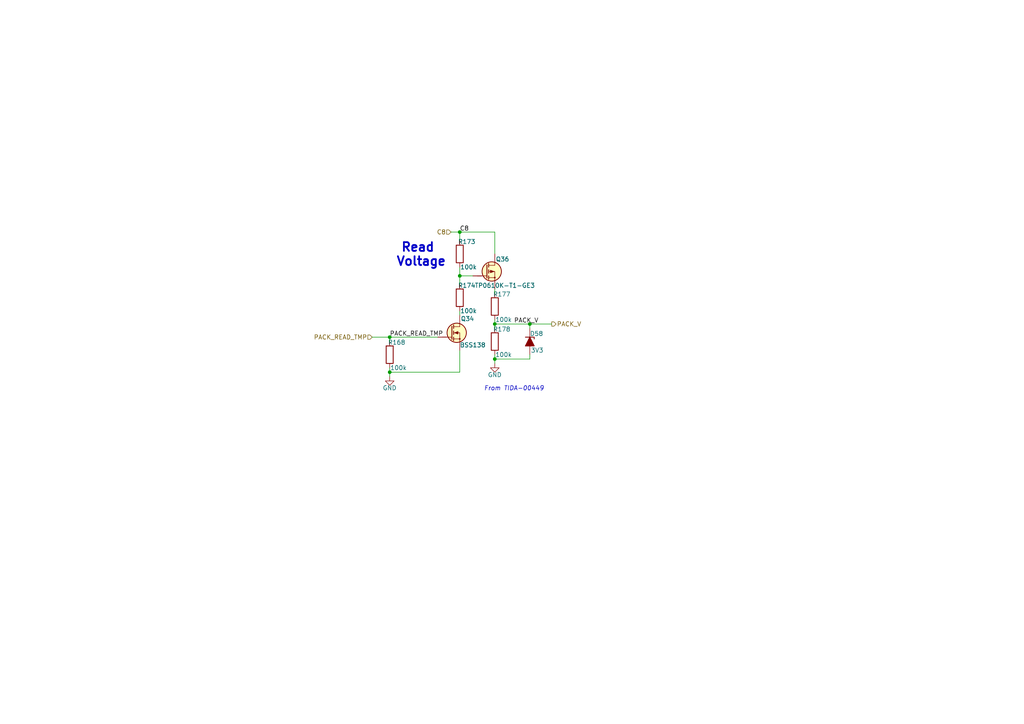
<source format=kicad_sch>
(kicad_sch (version 20250114) (generator "eeschema") (generator_version "9.0")
  (paper "A4")
  (lib_symbols
    (symbol "Device:D_Zener_Filled" (pin_numbers (hide yes)) (pin_names (offset 1.016) (hide yes))
      (property "Reference" "D" (at 0 2.54 0))
      (property "Value" "D_Zener_Filled" (at 0 -2.54 0))
      (symbol "D_Zener_Filled_0_1"
        (polyline (pts (xy -1.27 -1.27) (xy -1.27 1.27) (xy -0.762 1.27)) (stroke (width 0.254)))
        (polyline (pts (xy 1.27 0) (xy -1.27 0)))
        (polyline (pts (xy 1.27 -1.27) (xy 1.27 1.27) (xy -1.27 0) (xy 1.27 -1.27)) (stroke (width 0.254)) (fill (type outline)))
      )
      (symbol "D_Zener_Filled_1_1"
        (pin passive line (at -3.81 0 0) (length 2.54) (name "K") (number "1"))
        (pin passive line (at 3.81 0 180) (length 2.54) (name "A") (number "2"))
      )
    )
    (symbol "Device:R" (pin_numbers (hide yes)) (pin_names (offset 0))
      (property "Reference" "R" (at 2.032 0 90))
      (property "Value" "R" (at 0 0 90))
      (symbol "R_0_1"
        (rectangle (start -1.016 -2.54) (end 1.016 2.54) (stroke (width 0.254)))
      )
      (symbol "R_1_1"
        (pin passive line (at 0 3.81 270) (length 1.27) (name "~") (number "1"))
        (pin passive line (at 0 -3.81 90) (length 1.27) (name "~") (number "2"))
      )
    )
    (symbol "PCM_Transistor_MOSFET_AKL:BSS138" (pin_numbers (hide yes)) (pin_names (hide yes))
      (property "Reference" "Q" (at 5.08 1.27 0))
      (property "Value" "BSS138" (at 5.08 -1.27 0))
      (symbol "BSS138_0_1"
        (polyline (pts (xy 0.254 1.905) (xy 0.254 -1.905)) (stroke (width 0.254)))
        (polyline (pts (xy 0.254 -1.27) (xy -2.54 -1.27)))
        (polyline (pts (xy 0.762 2.286) (xy 0.762 1.27)) (stroke (width 0.254)))
        (polyline (pts (xy 0.762 0.508) (xy 0.762 -0.508)) (stroke (width 0.254)))
        (polyline (pts (xy 0.762 -1.27) (xy 0.762 -2.286)) (stroke (width 0.254)))
        (polyline (pts (xy 0.762 -1.778) (xy 2.54 -1.778)))
        (polyline (pts (xy 1.016 0) (xy 2.032 0.381) (xy 2.032 -0.381) (xy 1.016 0)) (fill (type outline)))
        (circle (center 1.651 0) (radius 2.794) (stroke (width 0.254)) (fill (type background)))
        (polyline (pts (xy 2.54 2.54) (xy 2.54 1.778)))
        (polyline (pts (xy 2.54 1.778) (xy 0.762 1.778)))
        (circle (center 2.54 -1.778) (radius 0.1778) (fill (type outline)))
        (polyline (pts (xy 2.54 -2.54) (xy 2.54 0) (xy 0.762 0)))
      )
      (symbol "BSS138_1_1"
        (pin input line (at -3.81 -1.27 0) (length 2.54) (name "G") (number "1"))
        (pin passive line (at 2.54 5.08 270) (length 2.54) (name "D") (number "3"))
        (pin passive line (at 2.54 -5.08 90) (length 2.54) (name "S") (number "2"))
      )
    )
    (symbol "PCM_Transistor_MOSFET_AKL:TP0610K" (pin_numbers (hide yes)) (pin_names (hide yes))
      (property "Reference" "Q" (at 5.08 1.27 0))
      (property "Value" "TP0610K" (at 5.08 -1.27 0))
      (symbol "TP0610K_0_1"
        (polyline (pts (xy 0.254 1.27) (xy -2.54 1.27)))
        (polyline (pts (xy 0.254 -1.905) (xy 0.254 1.905)) (stroke (width 0.254)))
        (polyline (pts (xy 0.762 1.778) (xy 2.54 1.778)))
        (polyline (pts (xy 0.762 1.27) (xy 0.762 2.286)) (stroke (width 0.254)))
        (polyline (pts (xy 0.762 -0.508) (xy 0.762 0.508)) (stroke (width 0.254)))
        (polyline (pts (xy 0.762 -1.778) (xy 2.54 -1.778)))
        (polyline (pts (xy 0.762 -2.286) (xy 0.762 -1.27)) (stroke (width 0.254)))
        (polyline (pts (xy 2.286 0) (xy 1.27 -0.381) (xy 1.27 0.381) (xy 2.286 0)) (fill (type outline)))
        (polyline (pts (xy 2.54 2.54) (xy 2.54 0) (xy 0.762 0)))
        (polyline (pts (xy 2.54 -2.54) (xy 2.54 -1.778)))
      )
      (symbol "TP0610K_1_1"
        (circle (center 1.651 0) (radius 2.794) (stroke (width 0.254)) (fill (type background)))
        (circle (center 2.54 1.778) (radius 0.1778) (fill (type outline)))
        (pin input line (at -3.81 1.27 0) (length 2.54) (name "G") (number "1"))
        (pin passive line (at 2.54 5.08 270) (length 2.54) (name "S") (number "2"))
        (pin passive line (at 2.54 -5.08 90) (length 2.54) (name "D") (number "3"))
      )
    )
    (symbol "power:GND" (power) (pin_numbers (hide yes)) (pin_names (offset 0) (hide yes))
      (property "Value" "GND" (at 0 -3.81 0))
      (symbol "GND_0_1"
        (polyline (pts (xy 0 0) (xy 0 -1.27) (xy 1.27 -1.27) (xy 0 -2.54) (xy -1.27 -1.27) (xy 0 -1.27)))
      )
      (symbol "GND_1_1"
        (pin power_in line (at 0 0 270) (length 0) (name "~") (number "1"))
      )
    )
  )
  (text "Read \nVoltage" (at 122.174 73.914 0) (effects (font (size 2.54 2.54) (thickness 0.508) (bold yes))))
  (text "From TIDA-00449" (at 149.098 112.776 0) (effects (font (size 1.27 1.27) (italic yes))))
  (junction (at 113.03 107.95))
  (junction (at 143.51 93.98))
  (junction (at 153.67 93.98))
  (junction (at 133.35 80.01))
  (junction (at 143.51 104.14))
  (junction (at 113.03 97.79))
  (junction (at 133.35 67.31))
  (wire (pts (xy 133.35 107.95) (xy 133.35 101.6)))
  (wire (pts (xy 113.03 107.95) (xy 113.03 109.22)))
  (wire (pts (xy 133.35 67.31) (xy 143.51 67.31)))
  (wire (pts (xy 153.67 102.87) (xy 153.67 104.14)))
  (wire (pts (xy 143.51 93.98) (xy 143.51 95.25)))
  (wire (pts (xy 143.51 104.14) (xy 153.67 104.14)))
  (wire (pts (xy 133.35 90.17) (xy 133.35 91.44)))
  (wire (pts (xy 143.51 83.82) (xy 143.51 85.09)))
  (wire (pts (xy 143.51 93.98) (xy 153.67 93.98)))
  (wire (pts (xy 143.51 67.31) (xy 143.51 73.66)))
  (wire (pts (xy 143.51 92.71) (xy 143.51 93.98)))
  (wire (pts (xy 113.03 107.95) (xy 113.03 106.68)))
  (wire (pts (xy 153.67 93.98) (xy 160.02 93.98)))
  (wire (pts (xy 107.95 97.79) (xy 113.03 97.79)))
  (wire (pts (xy 133.35 80.01) (xy 133.35 82.55)))
  (wire (pts (xy 143.51 104.14) (xy 143.51 105.41)))
  (wire (pts (xy 133.35 77.47) (xy 133.35 80.01)))
  (wire (pts (xy 153.67 93.98) (xy 153.67 95.25)))
  (wire (pts (xy 127 97.79) (xy 113.03 97.79)))
  (wire (pts (xy 133.35 69.85) (xy 133.35 67.31)))
  (wire (pts (xy 113.03 97.79) (xy 113.03 99.06)))
  (wire (pts (xy 113.03 107.95) (xy 133.35 107.95)))
  (wire (pts (xy 143.51 102.87) (xy 143.51 104.14)))
  (wire (pts (xy 133.35 80.01) (xy 137.16 80.01)))
  (wire (pts (xy 130.81 67.31) (xy 133.35 67.31)))
  (label "C8" (at 133.35 67.31 0))
  (label "PACK_READ_TMP" (at 113.03 97.79 0))
  (label "PACK_V" (at 156.21 93.98 180))
  (hierarchical_label "PACK_V" (shape output) (at 160.02 93.98 0))
  (hierarchical_label "PACK_READ_TMP" (shape input) (at 107.95 97.79 180))
  (hierarchical_label "C8" (shape input) (at 130.81 67.31 180))
  (symbol (lib_id "Device:R") (at 143.51 88.9 0) (mirror y) (unit 1)
    (property "Reference" "R177" (at 145.542 85.344 0))
    (property "Value" "100k" (at 146.05 92.71 0))
    (property "Description" "Resistor" (effects (hide yes)))
  )
  (symbol (lib_id "Device:R") (at 143.51 99.06 0) (mirror y) (unit 1)
    (property "Reference" "R178" (at 145.542 95.504 0))
    (property "Value" "100k" (at 146.05 102.87 0))
    (property "Description" "Resistor" (effects (hide yes)))
  )
  (symbol (lib_id "power:GND") (at 113.03 109.22 0) (unit 1)
    (property "Reference" "#PWR064" (effects (hide yes)))
    (property "Value" "GND" (at 115.062 112.522 0) (effects (justify right)))
    (property "Description" "Power symbol creates a global label with name \"GND\" , ground" (effects (hide yes)))
  )
  (symbol (lib_id "PCM_Transistor_MOSFET_AKL:TP0610K") (at 140.97 78.74 0) (mirror x) (unit 1)
    (property "Reference" "Q36" (at 143.764 75.184 0) (effects (justify left)))
    (property "Value" "TP0610K-T1-GE3" (at 137.668 82.804 0) (effects (justify left)))
    (property "Footprint" "PCM_Package_TO_SOT_SMD_AKL:SOT-23" (effects (hide yes)))
    (property "Datasheet" "https://www.tme.eu/Document/bf3839a9c58b229b2d33f5377667fc32/tp0610k.pdf" (effects (hide yes)))
    (property "Description" "SOT-23 P-MOSFET enchancement mode transistor, 60V, 185mA, 350mW, Alternate KiCAD Library" (effects (hide yes)))
  )
  (symbol (lib_id "Device:R") (at 133.35 73.66 0) (mirror y) (unit 1)
    (property "Reference" "R173" (at 135.382 70.104 0))
    (property "Value" "100k" (at 135.89 77.47 0))
    (property "Description" "Resistor" (effects (hide yes)))
  )
  (symbol (lib_id "PCM_Transistor_MOSFET_AKL:BSS138") (at 130.81 96.52 0) (unit 1)
    (property "Reference" "Q34" (at 133.604 92.456 0) (effects (justify left)))
    (property "Value" "BSS138" (at 133.35 100.076 0) (effects (justify left)))
    (property "Footprint" "PCM_Package_TO_SOT_SMD_AKL:SOT-23" (effects (hide yes)))
    (property "Datasheet" "https://www.tme.eu/Document/2b32cdd3c66afedbcd628e73d93ae817/BSS138-7-F.pdf" (effects (hide yes)))
    (property "Description" "SOT-23 N-MOSFET enchancement mode transistor, 50V, 200mA, 300mW, Alternate KiCAD Library" (effects (hide yes)))
  )
  (symbol (lib_id "Device:R") (at 133.35 86.36 0) (mirror y) (unit 1)
    (property "Reference" "R174" (at 135.382 82.804 0))
    (property "Value" "100k" (at 135.89 90.17 0))
    (property "Description" "Resistor" (effects (hide yes)))
  )
  (symbol (lib_id "Device:D_Zener_Filled") (at 153.67 99.06 270) (unit 1)
    (property "Reference" "D58" (at 153.67 96.774 90) (effects (justify left)))
    (property "Value" "3V3" (at 153.924 101.6 90) (effects (justify left)))
    (property "Description" "Zener diode, filled shape" (effects (hide yes)))
  )
  (symbol (lib_id "Device:R") (at 113.03 102.87 0) (mirror y) (unit 1)
    (property "Reference" "R168" (at 115.062 99.314 0))
    (property "Value" "100k" (at 115.57 106.68 0))
    (property "Description" "Resistor" (effects (hide yes)))
  )
  (symbol (lib_id "power:GND") (at 143.51 105.41 0) (unit 1)
    (property "Reference" "#PWR085" (effects (hide yes)))
    (property "Value" "GND" (at 145.542 108.712 0) (effects (justify right)))
    (property "Description" "Power symbol creates a global label with name \"GND\" , ground" (effects (hide yes)))
  )
)
</source>
